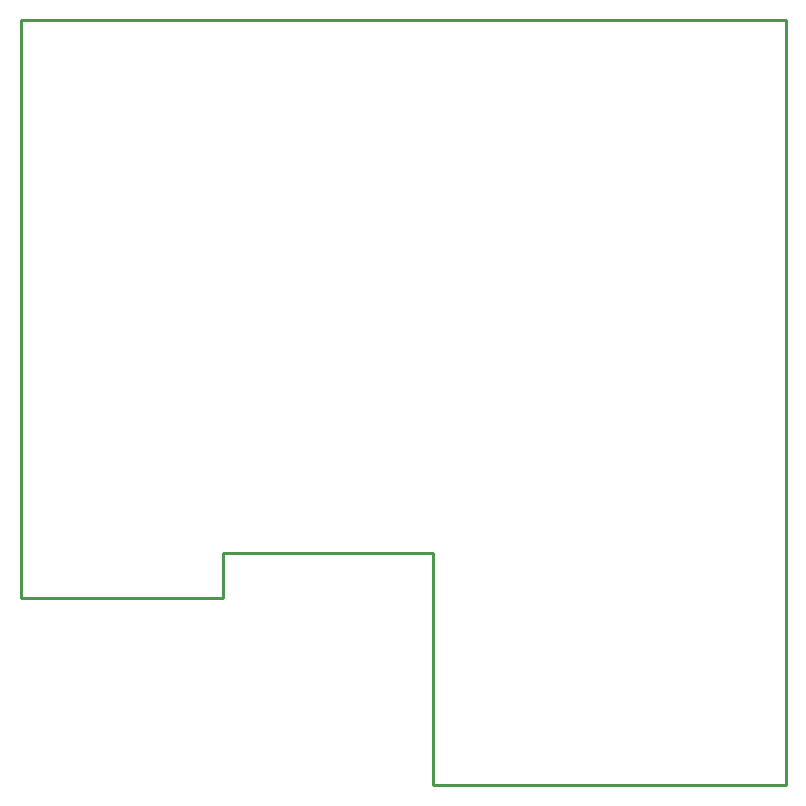
<source format=gko>
G04 Layer: BoardOutline*
G04 EasyEDA v6.3.22, 2020-01-23T08:33:16+01:00*
G04 c9beca13151b413282484c31864a17c3,a11fdbbf625d454fa155e63b1a2a2389,10*
G04 Gerber Generator version 0.2*
G04 Scale: 100 percent, Rotated: No, Reflected: No *
G04 Dimensions in inches *
G04 leading zeros omitted , absolute positions ,2 integer and 4 decimal *
%FSLAX24Y24*%
%MOIN*%
G90*
G70D02*

%ADD10C,0.010000*%
G54D10*
G01X0Y25500D02*
G01X25500Y25500D01*
G01X25500Y0D01*
G01X13750Y0D01*
G01X13750Y7750D01*
G01X6750Y7750D01*
G01X6750Y6250D01*
G01X0Y6250D01*
G01X0Y25500D01*
G01X0Y25500D01*

%LPD*%
M00*
M02*

</source>
